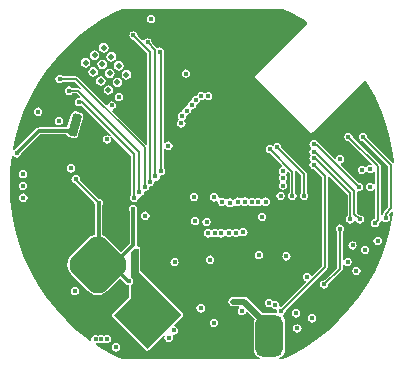
<source format=gbl>
G04*
G04 #@! TF.GenerationSoftware,Altium Limited,Altium Designer,20.1.7 (139)*
G04*
G04 Layer_Physical_Order=6*
G04 Layer_Color=16711680*
%FSLAX44Y44*%
%MOMM*%
G71*
G04*
G04 #@! TF.SameCoordinates,99CDB543-8891-4245-8F14-29871282C811*
G04*
G04*
G04 #@! TF.FilePolarity,Positive*
G04*
G01*
G75*
%ADD11C,0.2000*%
%ADD13C,0.1500*%
%ADD124C,0.5000*%
%ADD130C,0.3000*%
%ADD132C,0.5000*%
%ADD133C,0.4000*%
%ADD134C,0.4500*%
%ADD135C,0.6600*%
G04:AMPARAMS|DCode=139|XSize=3.5mm|YSize=2.3mm|CornerRadius=0.575mm|HoleSize=0mm|Usage=FLASHONLY|Rotation=90.000|XOffset=0mm|YOffset=0mm|HoleType=Round|Shape=RoundedRectangle|*
%AMROUNDEDRECTD139*
21,1,3.5000,1.1500,0,0,90.0*
21,1,2.3500,2.3000,0,0,90.0*
1,1,1.1500,0.5750,1.1750*
1,1,1.1500,0.5750,-1.1750*
1,1,1.1500,-0.5750,-1.1750*
1,1,1.1500,-0.5750,1.1750*
%
%ADD139ROUNDEDRECTD139*%
G04:AMPARAMS|DCode=140|XSize=1.94mm|YSize=0.76mm|CornerRadius=0.19mm|HoleSize=0mm|Usage=FLASHONLY|Rotation=75.000|XOffset=0mm|YOffset=0mm|HoleType=Round|Shape=RoundedRectangle|*
%AMROUNDEDRECTD140*
21,1,1.9400,0.3800,0,0,75.0*
21,1,1.5600,0.7600,0,0,75.0*
1,1,0.3800,0.3854,0.7043*
1,1,0.3800,-0.0184,-0.8026*
1,1,0.3800,-0.3854,-0.7043*
1,1,0.3800,0.0184,0.8026*
%
%ADD140ROUNDEDRECTD140*%
G04:AMPARAMS|DCode=141|XSize=4mm|YSize=4mm|CornerRadius=1mm|HoleSize=0mm|Usage=FLASHONLY|Rotation=45.000|XOffset=0mm|YOffset=0mm|HoleType=Round|Shape=RoundedRectangle|*
%AMROUNDEDRECTD141*
21,1,4.0000,2.0000,0,0,45.0*
21,1,2.0000,4.0000,0,0,45.0*
1,1,2.0000,1.4142,0.0000*
1,1,2.0000,0.0000,-1.4142*
1,1,2.0000,-1.4142,0.0000*
1,1,2.0000,0.0000,1.4142*
%
%ADD141ROUNDEDRECTD141*%
G36*
X74170Y145567D02*
X85363Y139299D01*
X88618Y137124D01*
X88742Y135860D01*
X44979Y92097D01*
X44503Y90949D01*
X44979Y89801D01*
X90941Y43839D01*
X92089Y43363D01*
X93237Y43839D01*
X136774Y87375D01*
X138038Y87251D01*
X139299Y85363D01*
X145567Y74170D01*
X150938Y62520D01*
X155378Y50485D01*
X158860Y38139D01*
X161363Y25557D01*
X162191Y18559D01*
X161528Y18133D01*
X160976Y18018D01*
X139265Y39729D01*
X139319Y40000D01*
X139047Y41366D01*
X138273Y42523D01*
X137116Y43297D01*
X135750Y43569D01*
X134384Y43297D01*
X133227Y42523D01*
X132453Y41366D01*
X132181Y40000D01*
X132453Y38634D01*
X133227Y37477D01*
X134384Y36703D01*
X135750Y36431D01*
X136020Y36485D01*
X157206Y15300D01*
Y-19690D01*
X153378Y-23518D01*
X152881Y-24262D01*
X152706Y-25140D01*
Y-25788D01*
X152092Y-26325D01*
X150822Y-25782D01*
Y14972D01*
X150647Y15850D01*
X150150Y16594D01*
X127015Y39729D01*
X127069Y40000D01*
X126797Y41366D01*
X126023Y42523D01*
X124866Y43297D01*
X123500Y43569D01*
X122134Y43297D01*
X120977Y42523D01*
X120203Y41366D01*
X119931Y40000D01*
X120203Y38634D01*
X120977Y37477D01*
X122134Y36703D01*
X123500Y36431D01*
X123771Y36485D01*
X143114Y17142D01*
X142488Y15971D01*
X142000Y16069D01*
X140634Y15797D01*
X139477Y15023D01*
X138972Y14268D01*
X137723Y14123D01*
X137502Y14181D01*
X137273Y14523D01*
X136116Y15297D01*
X134750Y15569D01*
X133384Y15297D01*
X132227Y14523D01*
X131453Y13366D01*
X131181Y12000D01*
X131453Y10634D01*
X132227Y9477D01*
X133384Y8703D01*
X134750Y8431D01*
X136116Y8703D01*
X137273Y9477D01*
X137778Y10232D01*
X139027Y10377D01*
X139248Y10319D01*
X139477Y9977D01*
X140634Y9203D01*
X142000Y8931D01*
X143366Y9203D01*
X144523Y9977D01*
X144964Y10636D01*
X146234Y10251D01*
Y-1D01*
X144964Y-386D01*
X144523Y273D01*
X143366Y1047D01*
X142000Y1319D01*
X140634Y1047D01*
X139477Y273D01*
X138703Y-884D01*
X138431Y-2250D01*
X138703Y-3616D01*
X139477Y-4773D01*
X140634Y-5547D01*
X142000Y-5819D01*
X143366Y-5547D01*
X144523Y-4773D01*
X144964Y-4114D01*
X146234Y-4499D01*
Y-29239D01*
X146000Y-29431D01*
X144634Y-29703D01*
X143477Y-30477D01*
X142703Y-31634D01*
X142431Y-33000D01*
X142703Y-34366D01*
X143477Y-35523D01*
X144634Y-36297D01*
X146000Y-36569D01*
X147366Y-36297D01*
X148523Y-35523D01*
X149297Y-34366D01*
X149569Y-33000D01*
X149515Y-32729D01*
X150150Y-32094D01*
X150647Y-31350D01*
X150728Y-30943D01*
X152051Y-30636D01*
X152477Y-31273D01*
X153634Y-32047D01*
X155000Y-32319D01*
X156366Y-32047D01*
X157523Y-31273D01*
X158297Y-30116D01*
X158569Y-28750D01*
X158297Y-27384D01*
X157523Y-26227D01*
X157491Y-25894D01*
X160387Y-22998D01*
X161596Y-23585D01*
X161363Y-25557D01*
X158860Y-38139D01*
X155378Y-50485D01*
X150938Y-62520D01*
X145567Y-74170D01*
X139299Y-85363D01*
X132172Y-96029D01*
X124230Y-106103D01*
X115523Y-115523D01*
X106103Y-124230D01*
X96029Y-132172D01*
X85363Y-139299D01*
X74170Y-145567D01*
X68149Y-148343D01*
X65163D01*
X64911Y-147073D01*
X66046Y-146603D01*
X67561Y-145441D01*
X68723Y-143926D01*
X69453Y-142163D01*
X69703Y-140270D01*
Y-116770D01*
X69453Y-114877D01*
X68723Y-113114D01*
X67880Y-112015D01*
X68059Y-110996D01*
X68149Y-110758D01*
X68289Y-110558D01*
X69273Y-109900D01*
X70047Y-108743D01*
X70319Y-107377D01*
X70265Y-107106D01*
X105122Y-72249D01*
X105619Y-71505D01*
X105794Y-70627D01*
Y6166D01*
X107064Y6692D01*
X122706Y-8950D01*
Y-27323D01*
X122477Y-27477D01*
X121703Y-28634D01*
X121431Y-30000D01*
X121703Y-31366D01*
X122477Y-32523D01*
X123634Y-33297D01*
X125000Y-33569D01*
X126366Y-33297D01*
X127523Y-32523D01*
X128297Y-31366D01*
X128352Y-31086D01*
X129647D01*
X129703Y-31366D01*
X130477Y-32523D01*
X131634Y-33297D01*
X133000Y-33569D01*
X134366Y-33297D01*
X135523Y-32523D01*
X136297Y-31366D01*
X136569Y-30000D01*
X136297Y-28634D01*
X135523Y-27477D01*
X134366Y-26703D01*
X133000Y-26431D01*
X132730Y-26485D01*
X130544Y-24300D01*
Y-6976D01*
X131814Y-5981D01*
X132256Y-6069D01*
X133622Y-5797D01*
X134780Y-5023D01*
X135553Y-3866D01*
X135825Y-2500D01*
X135553Y-1134D01*
X134780Y23D01*
X133622Y797D01*
X132256Y1069D01*
X131986Y1015D01*
X116804Y16197D01*
X117222Y17575D01*
X117866Y17703D01*
X119023Y18477D01*
X119797Y19634D01*
X120069Y21000D01*
X119797Y22366D01*
X119023Y23523D01*
X117866Y24297D01*
X116500Y24569D01*
X115134Y24297D01*
X113977Y23523D01*
X113203Y22366D01*
X113075Y21722D01*
X111697Y21304D01*
X98100Y34901D01*
X97356Y35398D01*
X97070Y35455D01*
X96523Y36273D01*
X95366Y37047D01*
X94000Y37319D01*
X92634Y37047D01*
X91477Y36273D01*
X90703Y35116D01*
X90431Y33750D01*
X90703Y32384D01*
X91442Y31278D01*
X91614Y30942D01*
Y30057D01*
X91442Y29722D01*
X90703Y28616D01*
X90431Y27250D01*
X90703Y25884D01*
X90980Y25469D01*
X91383Y24500D01*
X90980Y23531D01*
X90703Y23116D01*
X90431Y21750D01*
X90703Y20384D01*
X91477Y19227D01*
Y18773D01*
X90703Y17616D01*
X90431Y16250D01*
X90703Y14884D01*
X91477Y13727D01*
X92634Y12953D01*
X94000Y12681D01*
X94270Y12735D01*
X101206Y5800D01*
Y-69677D01*
X92992Y-77890D01*
X91614Y-77472D01*
X91547Y-77134D01*
X90773Y-75977D01*
X89616Y-75203D01*
X88250Y-74931D01*
X86884Y-75203D01*
X85727Y-75977D01*
X84953Y-77134D01*
X84681Y-78500D01*
X84953Y-79866D01*
X85727Y-81023D01*
X86884Y-81797D01*
X87222Y-81864D01*
X87640Y-83242D01*
X67021Y-103862D01*
X66750Y-103808D01*
X65977Y-103962D01*
X64925Y-102977D01*
X64924Y-102975D01*
X65069Y-102250D01*
X64797Y-100884D01*
X64023Y-99727D01*
X62866Y-98953D01*
X61500Y-98681D01*
X60134Y-98953D01*
X60055Y-99006D01*
X59547Y-99134D01*
X58773Y-97977D01*
X57616Y-97203D01*
X56250Y-96931D01*
X54884Y-97203D01*
X53727Y-97977D01*
X52953Y-99134D01*
X52681Y-100500D01*
X52953Y-101866D01*
X53727Y-103023D01*
X54884Y-103797D01*
X56250Y-104069D01*
X57616Y-103797D01*
X57695Y-103744D01*
X58203Y-103616D01*
X58977Y-104773D01*
X60134Y-105547D01*
X61500Y-105819D01*
X62273Y-105665D01*
X63325Y-106649D01*
X63326Y-106652D01*
X63181Y-107377D01*
X63366Y-108305D01*
X62532Y-109476D01*
X62390Y-109458D01*
X51104D01*
X38263Y-96616D01*
X36940Y-95732D01*
X35379Y-95422D01*
X35379Y-95422D01*
X25750D01*
X24189Y-95732D01*
X22866Y-96616D01*
X21982Y-97939D01*
X21672Y-99500D01*
X21982Y-101061D01*
X22866Y-102384D01*
X24189Y-103268D01*
X25750Y-103578D01*
X30533D01*
X30919Y-104848D01*
X30727Y-104977D01*
X29953Y-106134D01*
X29681Y-107500D01*
X29953Y-108866D01*
X30727Y-110023D01*
X31884Y-110797D01*
X33250Y-111069D01*
X34616Y-110797D01*
X35773Y-110023D01*
X36547Y-108866D01*
X36652Y-108337D01*
X38030Y-107919D01*
X44167Y-114056D01*
X43827Y-114877D01*
X43577Y-116770D01*
Y-140270D01*
X43827Y-142163D01*
X44557Y-143926D01*
X45719Y-145441D01*
X47234Y-146603D01*
X48369Y-147073D01*
X48117Y-148343D01*
X-68149D01*
X-74170Y-145567D01*
X-85363Y-139299D01*
X-90215Y-136057D01*
X-89947Y-134709D01*
X-89134Y-134547D01*
X-88250Y-133956D01*
X-87366Y-134547D01*
X-86000Y-134819D01*
X-84634Y-134547D01*
X-83625Y-133872D01*
X-82616Y-134547D01*
X-81250Y-134819D01*
X-79884Y-134547D01*
X-78727Y-133773D01*
X-77953Y-132616D01*
X-77681Y-131250D01*
X-77953Y-129884D01*
X-78727Y-128727D01*
X-79884Y-127953D01*
X-81250Y-127681D01*
X-82616Y-127953D01*
X-83625Y-128628D01*
X-84634Y-127953D01*
X-86000Y-127681D01*
X-87366Y-127953D01*
X-88250Y-128544D01*
X-89134Y-127953D01*
X-90500Y-127681D01*
X-91866Y-127953D01*
X-93023Y-128727D01*
X-93797Y-129884D01*
X-94069Y-131250D01*
X-93907Y-132063D01*
X-95050Y-132826D01*
X-96029Y-132172D01*
X-106103Y-124230D01*
X-115523Y-115523D01*
X-124230Y-106103D01*
X-132172Y-96029D01*
X-139299Y-85363D01*
X-145567Y-74170D01*
X-150938Y-62520D01*
X-155378Y-50485D01*
X-158860Y-38139D01*
X-161363Y-25557D01*
X-162870Y-12818D01*
X-163374Y0D01*
X-162870Y12818D01*
X-161600Y23550D01*
X-160284Y23866D01*
X-160023Y23477D01*
X-158866Y22703D01*
X-157500Y22431D01*
X-156134Y22703D01*
X-154977Y23477D01*
X-154203Y24634D01*
X-154120Y25055D01*
X-137233Y41941D01*
X-115458D01*
X-115229Y41267D01*
X-114337Y40250D01*
X-113124Y39652D01*
X-109454Y38668D01*
X-108104Y38579D01*
X-106823Y39014D01*
X-105806Y39906D01*
X-105208Y41119D01*
X-101170Y56188D01*
X-101082Y57537D01*
X-101517Y58818D01*
X-102408Y59835D01*
X-103622Y60433D01*
X-107292Y61417D01*
X-108642Y61505D01*
X-109923Y61070D01*
X-110940Y60179D01*
X-111538Y58966D01*
X-114460Y48059D01*
X-138500D01*
X-138500Y48059D01*
X-139670Y47826D01*
X-140663Y47163D01*
X-158445Y29381D01*
X-158866Y29297D01*
X-159394Y28944D01*
X-160537Y29708D01*
X-158860Y38139D01*
X-155378Y50485D01*
X-150938Y62520D01*
X-145567Y74170D01*
X-139299Y85363D01*
X-132172Y96029D01*
X-124230Y106103D01*
X-115523Y115523D01*
X-106103Y124230D01*
X-96029Y132172D01*
X-85363Y139299D01*
X-74170Y145567D01*
X-68149Y148343D01*
X68149D01*
X74170Y145567D01*
D02*
G37*
%LPC*%
G36*
X-43500Y143319D02*
X-44866Y143047D01*
X-46023Y142273D01*
X-46797Y141116D01*
X-47069Y139750D01*
X-46797Y138384D01*
X-46023Y137227D01*
X-44866Y136453D01*
X-43500Y136181D01*
X-42134Y136453D01*
X-40977Y137227D01*
X-40203Y138384D01*
X-39931Y139750D01*
X-40203Y141116D01*
X-40977Y142273D01*
X-42134Y143047D01*
X-43500Y143319D01*
D02*
G37*
G36*
X-83731Y119497D02*
X-85292Y119186D01*
X-86615Y118302D01*
X-87499Y116979D01*
X-87810Y115419D01*
X-87499Y113858D01*
X-86615Y112535D01*
X-85292Y111651D01*
X-83731Y111340D01*
X-82171Y111651D01*
X-80848Y112535D01*
X-79963Y113858D01*
X-79653Y115419D01*
X-79963Y116979D01*
X-80848Y118302D01*
X-82171Y119186D01*
X-83731Y119497D01*
D02*
G37*
G36*
X-91392Y113069D02*
X-92952Y112759D01*
X-94276Y111875D01*
X-95160Y110551D01*
X-95470Y108991D01*
X-95160Y107430D01*
X-94276Y106107D01*
X-92952Y105223D01*
X-91392Y104912D01*
X-89831Y105223D01*
X-88508Y106107D01*
X-87624Y107430D01*
X-87313Y108991D01*
X-87624Y110551D01*
X-88508Y111875D01*
X-89831Y112759D01*
X-91392Y113069D01*
D02*
G37*
G36*
X-77304Y111837D02*
X-78864Y111526D01*
X-80187Y110642D01*
X-81071Y109319D01*
X-81382Y107758D01*
X-81071Y106197D01*
X-80187Y104874D01*
X-78864Y103990D01*
X-77304Y103680D01*
X-75743Y103990D01*
X-74420Y104874D01*
X-73536Y106197D01*
X-73225Y107758D01*
X-73536Y109319D01*
X-74420Y110642D01*
X-75743Y111526D01*
X-77304Y111837D01*
D02*
G37*
G36*
X-99052Y106641D02*
X-100613Y106331D01*
X-101936Y105447D01*
X-102820Y104123D01*
X-103131Y102563D01*
X-102820Y101002D01*
X-101936Y99679D01*
X-100613Y98795D01*
X-99052Y98484D01*
X-97492Y98795D01*
X-96168Y99679D01*
X-95284Y101002D01*
X-94974Y102563D01*
X-95284Y104123D01*
X-96168Y105447D01*
X-97492Y106331D01*
X-99052Y106641D01*
D02*
G37*
G36*
X-84964Y105409D02*
X-86525Y105098D01*
X-87848Y104214D01*
X-88732Y102891D01*
X-89042Y101330D01*
X-88732Y99769D01*
X-87848Y98446D01*
X-86525Y97562D01*
X-84964Y97252D01*
X-83403Y97562D01*
X-82080Y98446D01*
X-81196Y99769D01*
X-80886Y101330D01*
X-81196Y102891D01*
X-82080Y104214D01*
X-83403Y105098D01*
X-84964Y105409D01*
D02*
G37*
G36*
X-70876Y104176D02*
X-72436Y103866D01*
X-73759Y102982D01*
X-74644Y101658D01*
X-74954Y100098D01*
X-74644Y98537D01*
X-73759Y97214D01*
X-72436Y96330D01*
X-70876Y96019D01*
X-69315Y96330D01*
X-67992Y97214D01*
X-67108Y98537D01*
X-66797Y100098D01*
X-67108Y101658D01*
X-67992Y102982D01*
X-69315Y103866D01*
X-70876Y104176D01*
D02*
G37*
G36*
X-92624Y98981D02*
X-94185Y98670D01*
X-95508Y97786D01*
X-96392Y96463D01*
X-96703Y94902D01*
X-96392Y93342D01*
X-95508Y92018D01*
X-94185Y91134D01*
X-92624Y90824D01*
X-91064Y91134D01*
X-89740Y92018D01*
X-88856Y93342D01*
X-88546Y94902D01*
X-88856Y96463D01*
X-89740Y97786D01*
X-91064Y98670D01*
X-92624Y98981D01*
D02*
G37*
G36*
X-14250Y97069D02*
X-15616Y96797D01*
X-16773Y96023D01*
X-17547Y94866D01*
X-17819Y93500D01*
X-17547Y92134D01*
X-16773Y90977D01*
X-15616Y90203D01*
X-14250Y89931D01*
X-12884Y90203D01*
X-11727Y90977D01*
X-10953Y92134D01*
X-10681Y93500D01*
X-10953Y94866D01*
X-11727Y96023D01*
X-12884Y96797D01*
X-14250Y97069D01*
D02*
G37*
G36*
X-78536Y97748D02*
X-80097Y97438D01*
X-81420Y96554D01*
X-82304Y95231D01*
X-82614Y93670D01*
X-82304Y92109D01*
X-81420Y90786D01*
X-80097Y89902D01*
X-78536Y89591D01*
X-76975Y89902D01*
X-75652Y90786D01*
X-74768Y92109D01*
X-74458Y93670D01*
X-74768Y95231D01*
X-75652Y96554D01*
X-76975Y97438D01*
X-78536Y97748D01*
D02*
G37*
G36*
X-64448Y96516D02*
X-66009Y96205D01*
X-67332Y95321D01*
X-68216Y93998D01*
X-68526Y92437D01*
X-68216Y90877D01*
X-67332Y89553D01*
X-66009Y88669D01*
X-64448Y88359D01*
X-62887Y88669D01*
X-61564Y89553D01*
X-60680Y90877D01*
X-60369Y92437D01*
X-60680Y93998D01*
X-61564Y95321D01*
X-62887Y96205D01*
X-64448Y96516D01*
D02*
G37*
G36*
X-86196Y91320D02*
X-87757Y91010D01*
X-89080Y90126D01*
X-89964Y88803D01*
X-90275Y87242D01*
X-89964Y85681D01*
X-89080Y84358D01*
X-87757Y83474D01*
X-86196Y83164D01*
X-84636Y83474D01*
X-83313Y84358D01*
X-82429Y85681D01*
X-82118Y87242D01*
X-82429Y88803D01*
X-83313Y90126D01*
X-84636Y91010D01*
X-86196Y91320D01*
D02*
G37*
G36*
X-72108Y90088D02*
X-73669Y89777D01*
X-74992Y88893D01*
X-75876Y87570D01*
X-76186Y86009D01*
X-75876Y84449D01*
X-74992Y83125D01*
X-73669Y82241D01*
X-72108Y81931D01*
X-70547Y82241D01*
X-69224Y83125D01*
X-68340Y84449D01*
X-68030Y86009D01*
X-68340Y87570D01*
X-69224Y88893D01*
X-70547Y89777D01*
X-72108Y90088D01*
D02*
G37*
G36*
X4750Y78069D02*
X3384Y77797D01*
X2796Y77404D01*
X1875Y77129D01*
X954Y77404D01*
X366Y77797D01*
X-1000Y78069D01*
X-2366Y77797D01*
X-3523Y77023D01*
X-4297Y75866D01*
X-4552Y74584D01*
X-5750Y74822D01*
X-7116Y74550D01*
X-8274Y73777D01*
X-9047Y72619D01*
X-9319Y71253D01*
X-10383Y70093D01*
X-10616Y70047D01*
X-11773Y69273D01*
X-12547Y68116D01*
X-12775Y66969D01*
X-13500Y65819D01*
X-14866Y65547D01*
X-16023Y64773D01*
X-16797Y63616D01*
X-17069Y62250D01*
X-17069Y62250D01*
X-17069Y62229D01*
X-17071Y62219D01*
X-18095Y60901D01*
X-18616Y60797D01*
X-19773Y60023D01*
X-20547Y58866D01*
X-20819Y57500D01*
X-20547Y56134D01*
X-19773Y54977D01*
X-20391Y53862D01*
X-20523Y53773D01*
X-21297Y52616D01*
X-21569Y51250D01*
X-21297Y49884D01*
X-20523Y48727D01*
X-19366Y47953D01*
X-18000Y47681D01*
X-16634Y47953D01*
X-15477Y48727D01*
X-14703Y49884D01*
X-14431Y51250D01*
X-14703Y52616D01*
X-15477Y53773D01*
X-14859Y54888D01*
X-14727Y54977D01*
X-13953Y56134D01*
X-13681Y57500D01*
X-13681Y57500D01*
X-13680Y57520D01*
X-13679Y57531D01*
X-12655Y58850D01*
X-12134Y58953D01*
X-10977Y59727D01*
X-10203Y60884D01*
X-9975Y62031D01*
X-9250Y63181D01*
X-7884Y63453D01*
X-6727Y64227D01*
X-5953Y65384D01*
X-5681Y66750D01*
X-4617Y67910D01*
X-4385Y67957D01*
X-3227Y68730D01*
X-2453Y69888D01*
X-2198Y71170D01*
X-1000Y70931D01*
X366Y71203D01*
X1523Y71977D01*
X2227D01*
X3384Y71203D01*
X4750Y70931D01*
X6116Y71203D01*
X7273Y71977D01*
X8047Y73134D01*
X8319Y74500D01*
X8047Y75866D01*
X7273Y77023D01*
X6116Y77797D01*
X4750Y78069D01*
D02*
G37*
G36*
X-79769Y83660D02*
X-81329Y83349D01*
X-82653Y82465D01*
X-83537Y81142D01*
X-83847Y79581D01*
X-83537Y78021D01*
X-82653Y76698D01*
X-81329Y75814D01*
X-79769Y75503D01*
X-78208Y75814D01*
X-76885Y76698D01*
X-76001Y78021D01*
X-75690Y79581D01*
X-76001Y81142D01*
X-76885Y82465D01*
X-78208Y83349D01*
X-79769Y83660D01*
D02*
G37*
G36*
X-71000Y77319D02*
X-72366Y77047D01*
X-73523Y76273D01*
X-74297Y75116D01*
X-74569Y73750D01*
X-74297Y72384D01*
X-73523Y71227D01*
X-72366Y70453D01*
X-71000Y70181D01*
X-69634Y70453D01*
X-68477Y71227D01*
X-67703Y72384D01*
X-67431Y73750D01*
X-67703Y75116D01*
X-68477Y76273D01*
X-69634Y77047D01*
X-71000Y77319D01*
D02*
G37*
G36*
X-139199Y64825D02*
X-140564Y64553D01*
X-141722Y63780D01*
X-142495Y62622D01*
X-142767Y61256D01*
X-142495Y59890D01*
X-141722Y58733D01*
X-140564Y57959D01*
X-139199Y57688D01*
X-137833Y57959D01*
X-136675Y58733D01*
X-135902Y59890D01*
X-135630Y61256D01*
X-135902Y62622D01*
X-136675Y63780D01*
X-137833Y64553D01*
X-139199Y64825D01*
D02*
G37*
G36*
X-121752Y56853D02*
X-123117Y56581D01*
X-124275Y55808D01*
X-125049Y54650D01*
X-125320Y53284D01*
X-125049Y51919D01*
X-124275Y50761D01*
X-123117Y49987D01*
X-121752Y49716D01*
X-120386Y49987D01*
X-119228Y50761D01*
X-118455Y51919D01*
X-118183Y53284D01*
X-118455Y54650D01*
X-119228Y55808D01*
X-120386Y56581D01*
X-121752Y56853D01*
D02*
G37*
G36*
X-58550Y129369D02*
X-59916Y129097D01*
X-61074Y128324D01*
X-61847Y127166D01*
X-62119Y125800D01*
X-61847Y124435D01*
X-61074Y123277D01*
X-59916Y122503D01*
X-58550Y122232D01*
X-58280Y122285D01*
X-46794Y110800D01*
Y33834D01*
X-48064Y33308D01*
X-76468Y61713D01*
X-76050Y63091D01*
X-75485Y63203D01*
X-74328Y63977D01*
X-73554Y65134D01*
X-73282Y66500D01*
X-73554Y67866D01*
X-74328Y69023D01*
X-75485Y69797D01*
X-76851Y70069D01*
X-78217Y69797D01*
X-79374Y69023D01*
X-80148Y67866D01*
X-80260Y67301D01*
X-81638Y66883D01*
X-105220Y90464D01*
X-105964Y90961D01*
X-106842Y91136D01*
X-118415D01*
X-118569Y91365D01*
X-119726Y92139D01*
X-121092Y92410D01*
X-122458Y92139D01*
X-123615Y91365D01*
X-124389Y90208D01*
X-124661Y88842D01*
X-124389Y87476D01*
X-123615Y86319D01*
X-122458Y85545D01*
X-121092Y85273D01*
X-119726Y85545D01*
X-118569Y86319D01*
X-118415Y86548D01*
X-107792D01*
X-102805Y81560D01*
X-103656Y80643D01*
X-104400Y81140D01*
X-105278Y81315D01*
X-110344D01*
X-110498Y81544D01*
X-111655Y82318D01*
X-113021Y82589D01*
X-114387Y82318D01*
X-115544Y81544D01*
X-116318Y80386D01*
X-116589Y79021D01*
X-116318Y77655D01*
X-115544Y76498D01*
X-114387Y75724D01*
X-113021Y75452D01*
X-111655Y75724D01*
X-110498Y76498D01*
X-110344Y76727D01*
X-106228D01*
X-103408Y73906D01*
X-104033Y72736D01*
X-104825Y72893D01*
X-106190Y72622D01*
X-107348Y71848D01*
X-108122Y70690D01*
X-108393Y69325D01*
X-108122Y67959D01*
X-107348Y66801D01*
X-106190Y66028D01*
X-104825Y65756D01*
X-103459Y66028D01*
X-102722Y66520D01*
X-77551Y41349D01*
X-78361Y40363D01*
X-79384Y41047D01*
X-80750Y41319D01*
X-82116Y41047D01*
X-83273Y40273D01*
X-84047Y39116D01*
X-84319Y37750D01*
X-84047Y36384D01*
X-83273Y35227D01*
X-82116Y34453D01*
X-80750Y34181D01*
X-79384Y34453D01*
X-78227Y35227D01*
X-77453Y36384D01*
X-77181Y37750D01*
X-77453Y39116D01*
X-78137Y40139D01*
X-77151Y40949D01*
X-60294Y24092D01*
Y-9008D01*
X-61047Y-10134D01*
X-61319Y-11500D01*
X-61047Y-12866D01*
X-60273Y-14023D01*
X-59116Y-14797D01*
X-57750Y-15069D01*
X-56384Y-14797D01*
X-55227Y-14023D01*
X-54453Y-12866D01*
X-54181Y-11500D01*
X-53039Y-10732D01*
X-52037Y-10532D01*
X-50796Y-9704D01*
X-49968Y-8463D01*
X-49677Y-7000D01*
X-48535Y-6231D01*
X-47537Y-6032D01*
X-46296Y-5204D01*
X-45468Y-3963D01*
X-45269Y-2965D01*
X-44500Y-1823D01*
X-43037Y-1532D01*
X-41796Y-704D01*
X-40968Y537D01*
X-40769Y1535D01*
X-40000Y2677D01*
X-38537Y2968D01*
X-37296Y3796D01*
X-36468Y5037D01*
X-36177Y6500D01*
X-35025Y7221D01*
X-33787Y7468D01*
X-32546Y8296D01*
X-31718Y9537D01*
X-31427Y11000D01*
X-31718Y12463D01*
X-32546Y13704D01*
X-32956Y13977D01*
Y29835D01*
X-31686Y30220D01*
X-31523Y29977D01*
X-30366Y29203D01*
X-29000Y28931D01*
X-27634Y29203D01*
X-26477Y29977D01*
X-25703Y31134D01*
X-25431Y32500D01*
X-25703Y33866D01*
X-26477Y35023D01*
X-27634Y35797D01*
X-29000Y36069D01*
X-30366Y35797D01*
X-31523Y35023D01*
X-31686Y34780D01*
X-32956Y35165D01*
Y110482D01*
X-32956Y110482D01*
X-33003Y110718D01*
X-32953Y110793D01*
X-32681Y112158D01*
X-32953Y113524D01*
X-33727Y114682D01*
X-34884Y115455D01*
X-36250Y115727D01*
X-37616Y115455D01*
X-38522Y114850D01*
X-38878Y115382D01*
X-43084Y119589D01*
X-43030Y119859D01*
X-43302Y121225D01*
X-44076Y122383D01*
X-45233Y123156D01*
X-46599Y123428D01*
X-47965Y123156D01*
X-49122Y122383D01*
X-49511Y121801D01*
X-51032Y121526D01*
X-55036Y125530D01*
X-54982Y125800D01*
X-55253Y127166D01*
X-56027Y128324D01*
X-57185Y129097D01*
X-58550Y129369D01*
D02*
G37*
G36*
X63250Y34819D02*
X61884Y34547D01*
X60727Y33773D01*
X60199Y32983D01*
X59940Y32615D01*
X58656Y32603D01*
X58366Y32797D01*
X57000Y33069D01*
X55634Y32797D01*
X54477Y32023D01*
X53703Y30866D01*
X53431Y29500D01*
X53703Y28134D01*
X54477Y26977D01*
X55634Y26203D01*
X57000Y25931D01*
X57270Y25985D01*
X67493Y15763D01*
X67075Y14385D01*
X66634Y14297D01*
X65477Y13523D01*
X64703Y12366D01*
X64431Y11000D01*
X64703Y9634D01*
X65477Y8477D01*
Y7773D01*
X64703Y6616D01*
X64431Y5250D01*
X64703Y3884D01*
X65477Y2727D01*
X65614Y2635D01*
Y1365D01*
X65477Y1273D01*
X64703Y116D01*
X64431Y-1250D01*
X64703Y-2616D01*
X65477Y-3773D01*
X66634Y-4547D01*
X68000Y-4819D01*
X69366Y-4547D01*
X70523Y-3773D01*
X71297Y-2616D01*
X71569Y-1250D01*
X71297Y116D01*
X70523Y1273D01*
X70386Y1365D01*
Y2635D01*
X70523Y2727D01*
X71297Y3884D01*
X71569Y5250D01*
X71297Y6616D01*
X70523Y7773D01*
Y8477D01*
X71297Y9634D01*
X71385Y10075D01*
X72763Y10493D01*
X73706Y9550D01*
Y-7323D01*
X73477Y-7477D01*
X72703Y-8634D01*
X72431Y-10000D01*
X72703Y-11366D01*
X73477Y-12523D01*
X74634Y-13297D01*
X76000Y-13569D01*
X77366Y-13297D01*
X78523Y-12523D01*
X79297Y-11366D01*
X79569Y-10000D01*
X79297Y-8634D01*
X78523Y-7477D01*
X78294Y-7323D01*
Y10500D01*
X78129Y11331D01*
X78188Y11424D01*
X79176Y12079D01*
X83706Y7550D01*
Y-7323D01*
X83477Y-7477D01*
X82703Y-8634D01*
X82431Y-10000D01*
X82703Y-11366D01*
X83477Y-12523D01*
X84634Y-13297D01*
X86000Y-13569D01*
X87366Y-13297D01*
X88523Y-12523D01*
X89297Y-11366D01*
X89569Y-10000D01*
X89297Y-8634D01*
X88523Y-7477D01*
X88294Y-7323D01*
Y8500D01*
X88294Y8500D01*
X88119Y9378D01*
X87622Y10122D01*
X66765Y30979D01*
X66819Y31250D01*
X66547Y32616D01*
X65773Y33773D01*
X64616Y34547D01*
X63250Y34819D01*
D02*
G37*
G36*
X-111500Y16819D02*
X-112866Y16547D01*
X-114023Y15773D01*
X-114797Y14616D01*
X-115069Y13250D01*
X-114797Y11884D01*
X-114023Y10727D01*
X-112866Y9953D01*
X-111500Y9681D01*
X-110134Y9953D01*
X-108977Y10727D01*
X-108203Y11884D01*
X-107931Y13250D01*
X-108203Y14616D01*
X-108977Y15773D01*
X-110134Y16547D01*
X-111500Y16819D01*
D02*
G37*
G36*
X-152000Y12069D02*
X-153366Y11797D01*
X-154523Y11023D01*
X-155297Y9866D01*
X-155569Y8500D01*
X-155297Y7134D01*
X-154523Y5977D01*
X-153366Y5203D01*
X-152000Y4931D01*
X-150634Y5203D01*
X-149477Y5977D01*
X-148703Y7134D01*
X-148431Y8500D01*
X-148703Y9866D01*
X-149477Y11023D01*
X-150634Y11797D01*
X-152000Y12069D01*
D02*
G37*
G36*
X-152250Y2069D02*
X-153616Y1797D01*
X-154773Y1023D01*
X-155547Y-134D01*
X-155819Y-1500D01*
X-155547Y-2866D01*
X-154773Y-4023D01*
X-153616Y-4797D01*
X-152250Y-5069D01*
X-150884Y-4797D01*
X-149727Y-4023D01*
X-148953Y-2866D01*
X-148681Y-1500D01*
X-148953Y-134D01*
X-149727Y1023D01*
X-150884Y1797D01*
X-152250Y2069D01*
D02*
G37*
G36*
X66000Y-6431D02*
X64634Y-6703D01*
X63477Y-7477D01*
X62703Y-8634D01*
X62431Y-10000D01*
X62703Y-11366D01*
X63477Y-12523D01*
X64634Y-13297D01*
X66000Y-13569D01*
X67366Y-13297D01*
X68523Y-12523D01*
X69297Y-11366D01*
X69569Y-10000D01*
X69297Y-8634D01*
X68523Y-7477D01*
X67366Y-6703D01*
X66000Y-6431D01*
D02*
G37*
G36*
X-7250Y-7181D02*
X-8616Y-7453D01*
X-9773Y-8227D01*
X-10547Y-9384D01*
X-10819Y-10750D01*
X-10547Y-12116D01*
X-9773Y-13273D01*
X-8616Y-14047D01*
X-7250Y-14319D01*
X-5884Y-14047D01*
X-4727Y-13273D01*
X-3953Y-12116D01*
X-3681Y-10750D01*
X-3953Y-9384D01*
X-4727Y-8227D01*
X-5884Y-7453D01*
X-7250Y-7181D01*
D02*
G37*
G36*
X-151750Y-7931D02*
X-153116Y-8203D01*
X-154273Y-8977D01*
X-155047Y-10134D01*
X-155319Y-11500D01*
X-155047Y-12866D01*
X-154273Y-14023D01*
X-153116Y-14797D01*
X-151750Y-15069D01*
X-150384Y-14797D01*
X-149227Y-14023D01*
X-148453Y-12866D01*
X-148181Y-11500D01*
X-148453Y-10134D01*
X-149227Y-8977D01*
X-150384Y-8203D01*
X-151750Y-7931D01*
D02*
G37*
G36*
X10000Y-7681D02*
X8634Y-7953D01*
X7477Y-8727D01*
X6703Y-9884D01*
X6431Y-11250D01*
X6703Y-12616D01*
X7477Y-13773D01*
X8634Y-14547D01*
X10000Y-14819D01*
X11366Y-14547D01*
X11782Y-14269D01*
X12931Y-15000D01*
X13203Y-16366D01*
X13977Y-17523D01*
X15134Y-18297D01*
X16500Y-18569D01*
X17866Y-18297D01*
X18556Y-17836D01*
X19216Y-17624D01*
X20154Y-18117D01*
X20546Y-18704D01*
X21787Y-19532D01*
X23250Y-19823D01*
X24713Y-19532D01*
X25954Y-18704D01*
X26101Y-18483D01*
X27046Y-17704D01*
X28287Y-18532D01*
X29750Y-18823D01*
X31213Y-18532D01*
X31807Y-18135D01*
X32750Y-17807D01*
X33693Y-18135D01*
X34287Y-18532D01*
X35750Y-18823D01*
X37213Y-18532D01*
X37843Y-18112D01*
X38977Y-17523D01*
X40134Y-18297D01*
X41500Y-18569D01*
X42866Y-18297D01*
X44023Y-17523D01*
X44477D01*
X45634Y-18297D01*
X47000Y-18569D01*
X48366Y-18297D01*
X49523Y-17523D01*
X50284D01*
X50889Y-17765D01*
X52037Y-18532D01*
X53500Y-18823D01*
X54963Y-18532D01*
X56204Y-17704D01*
X57032Y-16463D01*
X57323Y-15000D01*
X57032Y-13537D01*
X56204Y-12296D01*
X54963Y-11468D01*
X53500Y-11177D01*
X52037Y-11468D01*
X50889Y-12234D01*
X50284Y-12477D01*
X49523D01*
X48366Y-11703D01*
X47000Y-11431D01*
X45634Y-11703D01*
X44477Y-12477D01*
X44023D01*
X42866Y-11703D01*
X41500Y-11431D01*
X40134Y-11703D01*
X38977Y-12477D01*
X37843Y-11888D01*
X37213Y-11468D01*
X35750Y-11177D01*
X34287Y-11468D01*
X33693Y-11865D01*
X32750Y-12193D01*
X31807Y-11865D01*
X31213Y-11468D01*
X29750Y-11177D01*
X28287Y-11468D01*
X27046Y-12296D01*
X26899Y-12517D01*
X25954Y-13296D01*
X24713Y-12468D01*
X23250Y-12177D01*
X21787Y-12468D01*
X20882Y-13073D01*
X19611Y-12988D01*
X19295Y-12883D01*
X19023Y-12477D01*
X17866Y-11703D01*
X16500Y-11431D01*
X15134Y-11703D01*
X14718Y-11981D01*
X13569Y-11250D01*
X13297Y-9884D01*
X12523Y-8727D01*
X11366Y-7953D01*
X10000Y-7681D01*
D02*
G37*
G36*
X-48500Y-23181D02*
X-49866Y-23453D01*
X-51023Y-24227D01*
X-51797Y-25384D01*
X-52069Y-26750D01*
X-51797Y-28116D01*
X-51023Y-29273D01*
X-49866Y-30047D01*
X-48500Y-30319D01*
X-47134Y-30047D01*
X-45977Y-29273D01*
X-45203Y-28116D01*
X-44931Y-26750D01*
X-45203Y-25384D01*
X-45977Y-24227D01*
X-47134Y-23453D01*
X-48500Y-23181D01*
D02*
G37*
G36*
X50500Y-24181D02*
X49134Y-24453D01*
X47977Y-25227D01*
X47203Y-26384D01*
X46931Y-27750D01*
X47203Y-29116D01*
X47977Y-30273D01*
X49134Y-31047D01*
X50500Y-31319D01*
X51866Y-31047D01*
X53023Y-30273D01*
X53797Y-29116D01*
X54069Y-27750D01*
X53797Y-26384D01*
X53023Y-25227D01*
X51866Y-24453D01*
X50500Y-24181D01*
D02*
G37*
G36*
X-6250Y-27681D02*
X-7616Y-27953D01*
X-8773Y-28727D01*
X-9547Y-29884D01*
X-9819Y-31250D01*
X-9547Y-32616D01*
X-8773Y-33773D01*
X-7616Y-34547D01*
X-6250Y-34819D01*
X-4884Y-34547D01*
X-3727Y-33773D01*
X-2953Y-32616D01*
X-2681Y-31250D01*
X-2953Y-29884D01*
X-3727Y-28727D01*
X-4884Y-27953D01*
X-6250Y-27681D01*
D02*
G37*
G36*
X3370Y-28551D02*
X2004Y-28823D01*
X846Y-29596D01*
X73Y-30754D01*
X-199Y-32120D01*
X73Y-33485D01*
X846Y-34643D01*
X2004Y-35417D01*
X3370Y-35688D01*
X4735Y-35417D01*
X5893Y-34643D01*
X6667Y-33485D01*
X6938Y-32120D01*
X6667Y-30754D01*
X5893Y-29596D01*
X4735Y-28823D01*
X3370Y-28551D01*
D02*
G37*
G36*
X34483Y-37209D02*
X33117Y-37481D01*
X31959Y-38254D01*
X31847Y-38422D01*
X30523Y-38727D01*
X29366Y-37953D01*
X28000Y-37681D01*
X26634Y-37953D01*
X25477Y-38727D01*
X25023D01*
X23866Y-37953D01*
X22500Y-37681D01*
X21134Y-37953D01*
X19977Y-38727D01*
X19930Y-38796D01*
X19447D01*
X18496Y-38657D01*
X17463Y-37968D01*
X16000Y-37677D01*
X14537Y-37968D01*
X13908Y-38388D01*
X12773Y-38977D01*
X11616Y-38203D01*
X10250Y-37931D01*
X8884Y-38203D01*
X7727Y-38977D01*
X6415Y-38653D01*
X6116Y-38453D01*
X4750Y-38181D01*
X3384Y-38453D01*
X2227Y-39227D01*
X1453Y-40384D01*
X1181Y-41750D01*
X1453Y-43116D01*
X2227Y-44273D01*
X3384Y-45047D01*
X4750Y-45319D01*
X6116Y-45047D01*
X6646Y-44692D01*
X7727Y-44023D01*
X8884Y-44797D01*
X10250Y-45069D01*
X11616Y-44797D01*
X12773Y-44023D01*
X13908Y-44612D01*
X14537Y-45032D01*
X16000Y-45323D01*
X17463Y-45032D01*
X18704Y-44204D01*
X18991Y-43773D01*
X19977D01*
X21134Y-44547D01*
X22500Y-44819D01*
X23866Y-44547D01*
X24281Y-44270D01*
X25250Y-43867D01*
X26219Y-44270D01*
X26634Y-44547D01*
X28000Y-44819D01*
X29366Y-44547D01*
X30523Y-43773D01*
X30635Y-43605D01*
X31959Y-43301D01*
X33117Y-44075D01*
X34483Y-44346D01*
X35848Y-44075D01*
X37006Y-43301D01*
X37780Y-42143D01*
X38051Y-40778D01*
X37780Y-39412D01*
X37006Y-38254D01*
X35848Y-37481D01*
X34483Y-37209D01*
D02*
G37*
G36*
X148250Y-44570D02*
X146884Y-44842D01*
X145727Y-45616D01*
X144953Y-46773D01*
X144681Y-48139D01*
X144953Y-49504D01*
X145727Y-50662D01*
X146884Y-51436D01*
X148250Y-51708D01*
X149616Y-51436D01*
X150773Y-50662D01*
X151547Y-49504D01*
X151819Y-48139D01*
X151547Y-46773D01*
X150773Y-45616D01*
X149616Y-44842D01*
X148250Y-44570D01*
D02*
G37*
G36*
X127000Y-48431D02*
X125634Y-48703D01*
X124477Y-49477D01*
X123703Y-50634D01*
X123431Y-52000D01*
X123703Y-53366D01*
X124477Y-54523D01*
X125634Y-55297D01*
X127000Y-55569D01*
X128366Y-55297D01*
X129523Y-54523D01*
X130297Y-53366D01*
X130569Y-52000D01*
X130297Y-50634D01*
X129523Y-49477D01*
X128366Y-48703D01*
X127000Y-48431D01*
D02*
G37*
G36*
X137750Y-52181D02*
X136384Y-52453D01*
X135227Y-53227D01*
X134453Y-54384D01*
X134181Y-55750D01*
X134453Y-57116D01*
X135227Y-58273D01*
X136384Y-59047D01*
X137750Y-59319D01*
X139116Y-59047D01*
X140273Y-58273D01*
X141047Y-57116D01*
X141319Y-55750D01*
X141047Y-54384D01*
X140273Y-53227D01*
X139116Y-52453D01*
X137750Y-52181D01*
D02*
G37*
G36*
X47606Y-56516D02*
X46241Y-56787D01*
X45083Y-57561D01*
X44309Y-58719D01*
X44038Y-60084D01*
X44309Y-61450D01*
X45083Y-62608D01*
X46241Y-63381D01*
X47606Y-63653D01*
X48972Y-63381D01*
X50130Y-62608D01*
X50903Y-61450D01*
X51175Y-60084D01*
X50903Y-58719D01*
X50130Y-57561D01*
X48972Y-56787D01*
X47606Y-56516D01*
D02*
G37*
G36*
X71000Y-57681D02*
X69634Y-57953D01*
X68477Y-58727D01*
X67703Y-59884D01*
X67431Y-61250D01*
X67703Y-62616D01*
X68477Y-63773D01*
X69634Y-64547D01*
X71000Y-64819D01*
X72366Y-64547D01*
X73523Y-63773D01*
X74297Y-62616D01*
X74569Y-61250D01*
X74297Y-59884D01*
X73523Y-58727D01*
X72366Y-57953D01*
X71000Y-57681D01*
D02*
G37*
G36*
X6500Y-60431D02*
X5134Y-60703D01*
X3977Y-61477D01*
X3203Y-62634D01*
X2931Y-64000D01*
X3203Y-65366D01*
X3977Y-66523D01*
X5134Y-67297D01*
X6500Y-67569D01*
X7866Y-67297D01*
X9023Y-66523D01*
X9797Y-65366D01*
X10069Y-64000D01*
X9797Y-62634D01*
X9023Y-61477D01*
X7866Y-60703D01*
X6500Y-60431D01*
D02*
G37*
G36*
X116250Y-34181D02*
X114884Y-34453D01*
X113727Y-35227D01*
X112953Y-36384D01*
X112681Y-37750D01*
X112953Y-39116D01*
X113727Y-40273D01*
X113956Y-40427D01*
Y-70800D01*
X103271Y-81485D01*
X103000Y-81431D01*
X101634Y-81703D01*
X100477Y-82477D01*
X99703Y-83634D01*
X99431Y-85000D01*
X99703Y-86366D01*
X100477Y-87523D01*
X101634Y-88297D01*
X103000Y-88569D01*
X104366Y-88297D01*
X105523Y-87523D01*
X106297Y-86366D01*
X106569Y-85000D01*
X106515Y-84729D01*
X117872Y-73372D01*
X118369Y-72628D01*
X118544Y-71750D01*
Y-68291D01*
X119814Y-67906D01*
X120227Y-68523D01*
X121384Y-69297D01*
X122750Y-69569D01*
X124116Y-69297D01*
X125273Y-68523D01*
X126047Y-67366D01*
X126319Y-66000D01*
X126047Y-64634D01*
X125273Y-63477D01*
X124116Y-62703D01*
X122750Y-62431D01*
X121384Y-62703D01*
X120227Y-63477D01*
X119814Y-64094D01*
X118544Y-63709D01*
Y-40427D01*
X118773Y-40273D01*
X119547Y-39116D01*
X119819Y-37750D01*
X119547Y-36384D01*
X118773Y-35227D01*
X117616Y-34453D01*
X116250Y-34181D01*
D02*
G37*
G36*
X-23750Y-62681D02*
X-25116Y-62953D01*
X-26273Y-63727D01*
X-27047Y-64884D01*
X-27319Y-66250D01*
X-27047Y-67616D01*
X-26273Y-68773D01*
X-25116Y-69547D01*
X-23750Y-69819D01*
X-22384Y-69547D01*
X-21227Y-68773D01*
X-20453Y-67616D01*
X-20181Y-66250D01*
X-20453Y-64884D01*
X-21227Y-63727D01*
X-22384Y-62953D01*
X-23750Y-62681D01*
D02*
G37*
G36*
X130250Y-69931D02*
X128884Y-70203D01*
X127727Y-70977D01*
X126953Y-72134D01*
X126681Y-73500D01*
X126953Y-74866D01*
X127727Y-76023D01*
X128884Y-76797D01*
X130250Y-77069D01*
X131616Y-76797D01*
X132773Y-76023D01*
X133547Y-74866D01*
X133819Y-73500D01*
X133547Y-72134D01*
X132773Y-70977D01*
X131616Y-70203D01*
X130250Y-69931D01*
D02*
G37*
G36*
X-108250Y-87181D02*
X-109616Y-87453D01*
X-110773Y-88227D01*
X-111547Y-89384D01*
X-111819Y-90750D01*
X-111547Y-92116D01*
X-110773Y-93273D01*
X-109616Y-94047D01*
X-108250Y-94319D01*
X-106884Y-94047D01*
X-105727Y-93273D01*
X-104953Y-92116D01*
X-104681Y-90750D01*
X-104953Y-89384D01*
X-105727Y-88227D01*
X-106884Y-87453D01*
X-108250Y-87181D01*
D02*
G37*
G36*
X-1500Y-101177D02*
X-2963Y-101468D01*
X-4204Y-102296D01*
X-5032Y-103537D01*
X-5323Y-105000D01*
X-5032Y-106463D01*
X-4204Y-107704D01*
X-2963Y-108532D01*
X-1500Y-108823D01*
X-37Y-108532D01*
X1204Y-107704D01*
X2032Y-106463D01*
X2323Y-105000D01*
X2032Y-103537D01*
X1204Y-102296D01*
X-37Y-101468D01*
X-1500Y-101177D01*
D02*
G37*
G36*
X79250Y-105931D02*
X77884Y-106203D01*
X76727Y-106977D01*
X75953Y-108134D01*
X75681Y-109500D01*
X75953Y-110866D01*
X76727Y-112023D01*
X77884Y-112797D01*
X79250Y-113069D01*
X80616Y-112797D01*
X81773Y-112023D01*
X82547Y-110866D01*
X82819Y-109500D01*
X82547Y-108134D01*
X81773Y-106977D01*
X80616Y-106203D01*
X79250Y-105931D01*
D02*
G37*
G36*
X92836Y-110181D02*
X91470Y-110453D01*
X90312Y-111227D01*
X89539Y-112384D01*
X89267Y-113750D01*
X89539Y-115116D01*
X90312Y-116273D01*
X91470Y-117047D01*
X92836Y-117319D01*
X94201Y-117047D01*
X95359Y-116273D01*
X96133Y-115116D01*
X96404Y-113750D01*
X96133Y-112384D01*
X95359Y-111227D01*
X94201Y-110453D01*
X92836Y-110181D01*
D02*
G37*
G36*
X9500Y-113931D02*
X8134Y-114203D01*
X6977Y-114977D01*
X6203Y-116134D01*
X5931Y-117500D01*
X6203Y-118866D01*
X6977Y-120023D01*
X8134Y-120797D01*
X9500Y-121069D01*
X10866Y-120797D01*
X12023Y-120023D01*
X12797Y-118866D01*
X13069Y-117500D01*
X12797Y-116134D01*
X12023Y-114977D01*
X10866Y-114203D01*
X9500Y-113931D01*
D02*
G37*
G36*
X80250Y-118681D02*
X78884Y-118953D01*
X77727Y-119727D01*
X76953Y-120884D01*
X76681Y-122250D01*
X76953Y-123616D01*
X77727Y-124773D01*
X78884Y-125547D01*
X80250Y-125819D01*
X81616Y-125547D01*
X82773Y-124773D01*
X83547Y-123616D01*
X83819Y-122250D01*
X83547Y-120884D01*
X82773Y-119727D01*
X81616Y-118953D01*
X80250Y-118681D01*
D02*
G37*
G36*
X-107500Y7569D02*
X-108866Y7297D01*
X-110023Y6523D01*
X-110797Y5366D01*
X-111069Y4000D01*
X-110797Y2634D01*
X-110023Y1477D01*
X-108866Y703D01*
X-107857Y503D01*
X-91533Y-15822D01*
X-91569Y-16000D01*
X-91297Y-17366D01*
X-91059Y-17722D01*
Y-42782D01*
X-91874Y-42889D01*
X-94671Y-44048D01*
X-97073Y-45891D01*
X-111215Y-60033D01*
X-113059Y-62435D01*
X-114218Y-65233D01*
X-114613Y-68235D01*
X-114218Y-71237D01*
X-113059Y-74035D01*
X-111215Y-76437D01*
X-97073Y-90579D01*
X-94671Y-92422D01*
X-91874Y-93581D01*
X-88871Y-93976D01*
X-85869Y-93581D01*
X-83072Y-92422D01*
X-80670Y-90579D01*
X-69605Y-79514D01*
X-66126Y-82992D01*
X-66032Y-83463D01*
X-65204Y-84704D01*
X-63963Y-85532D01*
X-62500Y-85823D01*
X-62124Y-86132D01*
X-62124Y-95794D01*
X-68789Y-102460D01*
X-68899Y-102603D01*
X-76273Y-109977D01*
X-76749Y-111125D01*
X-76273Y-112273D01*
X-47898Y-140648D01*
X-46750Y-141124D01*
X-45602Y-140648D01*
X-33043Y-128089D01*
X-32047Y-128884D01*
X-32319Y-130250D01*
X-32047Y-131616D01*
X-31273Y-132773D01*
X-30116Y-133547D01*
X-28750Y-133819D01*
X-27384Y-133547D01*
X-26227Y-132773D01*
X-25453Y-131616D01*
X-25181Y-130250D01*
X-25453Y-128884D01*
X-25654Y-128584D01*
X-24890Y-127441D01*
X-24250Y-127569D01*
X-22884Y-127297D01*
X-21727Y-126523D01*
X-20953Y-125366D01*
X-20681Y-124000D01*
X-20953Y-122634D01*
X-21727Y-121477D01*
X-22884Y-120703D01*
X-23699Y-120541D01*
X-24174Y-119220D01*
X-16852Y-111898D01*
X-16376Y-110750D01*
X-16852Y-109602D01*
X-52626Y-73827D01*
X-52626Y-54626D01*
X-53102Y-53478D01*
X-54250Y-53002D01*
X-54915D01*
X-55791Y-51732D01*
X-55691Y-51229D01*
X-55691Y-51229D01*
Y-22972D01*
X-55453Y-22616D01*
X-55181Y-21250D01*
X-55453Y-19884D01*
X-56227Y-18727D01*
X-57384Y-17953D01*
X-58750Y-17681D01*
X-60116Y-17953D01*
X-61273Y-18727D01*
X-62047Y-19884D01*
X-62319Y-21250D01*
X-62047Y-22616D01*
X-61809Y-22972D01*
Y-49962D01*
X-69204Y-57357D01*
X-80670Y-45891D01*
X-83072Y-44048D01*
X-84941Y-43273D01*
Y-17722D01*
X-84703Y-17366D01*
X-84431Y-16000D01*
X-84703Y-14634D01*
X-85477Y-13477D01*
X-86634Y-12703D01*
X-87643Y-12502D01*
X-103967Y3822D01*
X-103931Y4000D01*
X-104203Y5366D01*
X-104977Y6523D01*
X-106134Y7297D01*
X-107500Y7569D01*
D02*
G37*
G36*
X-73250Y-134681D02*
X-74616Y-134953D01*
X-75773Y-135727D01*
X-76547Y-136884D01*
X-76819Y-138250D01*
X-76547Y-139616D01*
X-75773Y-140773D01*
X-74616Y-141547D01*
X-73250Y-141819D01*
X-71884Y-141547D01*
X-70727Y-140773D01*
X-69953Y-139616D01*
X-69681Y-138250D01*
X-69953Y-136884D01*
X-70727Y-135727D01*
X-71884Y-134953D01*
X-73250Y-134681D01*
D02*
G37*
%LPD*%
G36*
X-54250Y-74500D02*
X-18000Y-110750D01*
X-46750Y-139500D01*
X-75125Y-111125D01*
X-60500Y-96500D01*
X-60500Y-85174D01*
X-59796Y-84704D01*
X-58968Y-83463D01*
X-58677Y-82000D01*
X-58968Y-80537D01*
X-59796Y-79296D01*
X-60500Y-78826D01*
X-60500Y-57305D01*
X-57820Y-54626D01*
X-54250D01*
X-54250Y-74500D01*
D02*
G37*
D11*
X-107500Y3750D02*
Y4000D01*
Y3750D02*
X-88000Y-15750D01*
Y-16000D02*
Y-15750D01*
D13*
X95728Y21272D02*
X125000Y-8000D01*
X94478Y21272D02*
X95728D01*
X125000Y-30000D02*
Y-8000D01*
X96074Y26676D02*
X128250Y-5500D01*
X94000Y27250D02*
X94574Y26676D01*
X96074D01*
X128250Y-25250D02*
Y-5500D01*
X94000Y21750D02*
X94478Y21272D01*
X94000Y16250D02*
X103500Y6750D01*
X66750Y-107377D02*
X103500Y-70627D01*
Y6750D01*
X135750Y40000D02*
X159500Y16250D01*
Y-20640D02*
Y16250D01*
X155000Y-25140D02*
X159500Y-20640D01*
X-36250Y111482D02*
X-35250Y110482D01*
X-36250Y111482D02*
Y112158D01*
X-35250Y11000D02*
Y110482D01*
X155000Y-28750D02*
Y-25140D01*
X146000Y-33000D02*
X148528Y-30472D01*
Y14972D01*
X123500Y40000D02*
X148528Y14972D01*
X-46599Y119859D02*
X-40500Y113760D01*
Y7000D02*
Y113760D01*
X-106842Y88842D02*
X-49000Y31000D01*
Y-2500D02*
Y31000D01*
X-102282Y69325D02*
X-58000Y25043D01*
X-58550Y125800D02*
X-44500Y111750D01*
X-58000Y-11250D02*
Y25043D01*
X-44500Y2000D02*
Y111750D01*
X-105278Y79021D02*
X-53500Y27243D01*
Y-7000D02*
Y27243D01*
X-40500Y7000D02*
X-40000Y6500D01*
X-58000Y-11250D02*
X-57750Y-11500D01*
X-76851Y66399D02*
Y66500D01*
X-104825Y69325D02*
X-102282D01*
X-121092Y88842D02*
X-106842D01*
X-113021Y79021D02*
X-105278D01*
X103000Y-85000D02*
X116250Y-71750D01*
Y-37750D01*
X132256Y-2500D02*
Y-2500D01*
X94000Y33750D02*
X94472Y33278D01*
X96478D01*
X132256Y-2500D01*
X86000Y-10000D02*
Y8500D01*
X63250Y31250D02*
X86000Y8500D01*
X57000Y29500D02*
X76000Y10500D01*
Y-10000D02*
Y10500D01*
X128250Y-25250D02*
X133000Y-30000D01*
D124*
X-64448Y92437D02*
D03*
X-72108Y86009D02*
D03*
X-79769Y79581D02*
D03*
X-70876Y100098D02*
D03*
X-78536Y93670D02*
D03*
X-86196Y87242D02*
D03*
X-77304Y107758D02*
D03*
X-84964Y101330D02*
D03*
X-92624Y94902D02*
D03*
X-83731Y115419D02*
D03*
X-91392Y108991D02*
D03*
X-99052Y102563D02*
D03*
D130*
X-75756Y-68235D02*
X-58750Y-51229D01*
Y-21250D01*
X-88000Y-67364D02*
Y-16000D01*
X-88871Y-68235D02*
X-88000Y-67364D01*
X-157500Y26000D02*
X-138500Y45000D01*
X-76558Y-68235D02*
X-75756D01*
X-76558D02*
X-62793Y-82000D01*
X-88871Y-68235D02*
X-76558D01*
X-62793Y-82000D02*
X-62500D01*
X-108373Y49224D02*
Y50042D01*
X-112596Y45000D02*
X-108373Y49224D01*
X-138500Y45000D02*
X-112596D01*
D132*
X35379Y-99500D02*
X56640Y-120761D01*
Y-128520D02*
Y-120761D01*
X25750Y-99500D02*
X30564D01*
X35379D01*
D133*
X129075Y53655D02*
D03*
X65575Y129855D02*
D03*
X40175D02*
D03*
X52875Y104455D02*
D03*
X14775Y129855D02*
D03*
X-10625D02*
D03*
X-36025D02*
D03*
X-23325Y104455D02*
D03*
Y-47945D02*
D03*
X-61425Y79055D02*
D03*
X-48725Y-47945D02*
D03*
X-86825Y129855D02*
D03*
Y28255D02*
D03*
X-112225Y-22545D02*
D03*
X-137625Y28255D02*
D03*
X-124925Y2855D02*
D03*
X-137625Y-22545D02*
D03*
X94000Y16250D02*
D03*
X33250Y-107500D02*
D03*
X56250Y-100500D02*
D03*
X61500Y-102250D02*
D03*
X66750Y-107377D02*
D03*
X25750Y-99500D02*
D03*
X35379D02*
D03*
X30564D02*
D03*
X80250Y-122250D02*
D03*
X-17250Y57500D02*
D03*
X-13500Y62250D02*
D03*
X-9250Y66750D02*
D03*
X-18000Y51250D02*
D03*
X-5750Y71253D02*
D03*
X-1000Y74500D02*
D03*
X4750D02*
D03*
X-14250Y93500D02*
D03*
X16500Y-15000D02*
D03*
X41500D02*
D03*
X47000D02*
D03*
X50500Y-27750D02*
D03*
X-151750Y-11500D02*
D03*
X-152250Y-1500D02*
D03*
X-152000Y8500D02*
D03*
X-6250Y-31250D02*
D03*
X-24250Y-124000D02*
D03*
X-28750Y-130250D02*
D03*
X-73250Y-138250D02*
D03*
X68000Y11000D02*
D03*
X116500Y21000D02*
D03*
X134750Y12000D02*
D03*
X142000Y-2250D02*
D03*
X155000Y-28750D02*
D03*
X146000Y-33000D02*
D03*
X137500Y-12500D02*
D03*
X155000Y-2750D02*
D03*
X-36250Y112158D02*
D03*
X61447Y55914D02*
D03*
X48921Y56057D02*
D03*
X53754Y58682D02*
D03*
X-7250Y-10750D02*
D03*
X-80750Y37750D02*
D03*
X-71000Y73750D02*
D03*
X-76851Y66500D02*
D03*
X-113021Y79021D02*
D03*
X-104825Y69325D02*
D03*
X-58750Y-21250D02*
D03*
X-57750Y-11500D02*
D03*
X-29000Y32500D02*
D03*
X-46599Y119859D02*
D03*
X103000Y-85000D02*
D03*
X94000Y27250D02*
D03*
Y21750D02*
D03*
Y33750D02*
D03*
X86000Y-10000D02*
D03*
X96000D02*
D03*
X68000Y-1250D02*
D03*
Y5250D02*
D03*
X47606Y-60084D02*
D03*
X63250Y31250D02*
D03*
X57000Y29500D02*
D03*
X76000Y-10000D02*
D03*
X66000D02*
D03*
X10000Y-11250D02*
D03*
X132256Y-2500D02*
D03*
X22500Y-41250D02*
D03*
X34483Y-40778D02*
D03*
X28000Y-41250D02*
D03*
X4750Y-41750D02*
D03*
X10250Y-41500D02*
D03*
X3370Y-32120D02*
D03*
X-48500Y-26750D02*
D03*
X-107500Y4000D02*
D03*
X9500Y-117500D02*
D03*
X-111500Y13250D02*
D03*
X-88000Y-16000D02*
D03*
X-121752Y53284D02*
D03*
X-157500Y26000D02*
D03*
X-139199Y61256D02*
D03*
X-121092Y88842D02*
D03*
X-58550Y125800D02*
D03*
X-43500Y139750D02*
D03*
X92836Y-113750D02*
D03*
X-57250Y-65500D02*
D03*
X-57000Y-58000D02*
D03*
X-23750Y-66250D02*
D03*
X137750Y-55750D02*
D03*
X71000Y-61250D02*
D03*
X125000Y-30000D02*
D03*
X133000D02*
D03*
X79250Y-109500D02*
D03*
X122750Y-66000D02*
D03*
X127000Y-52000D02*
D03*
X130250Y-73500D02*
D03*
X148250Y-48139D02*
D03*
X116250Y-37750D02*
D03*
X142000Y12500D02*
D03*
X135750Y40000D02*
D03*
X123500D02*
D03*
X-81250Y-131250D02*
D03*
X-86000D02*
D03*
X-90500D02*
D03*
X-108250Y-90750D02*
D03*
X88250Y-78500D02*
D03*
X6500Y-64000D02*
D03*
D134*
X-1500Y-105000D02*
D03*
X-35250Y11000D02*
D03*
X23250Y-16000D02*
D03*
X29750Y-15000D02*
D03*
X35750D02*
D03*
X53500D02*
D03*
X-53500Y-7000D02*
D03*
X-49000Y-2500D02*
D03*
X-44500Y2000D02*
D03*
X-40000Y6500D02*
D03*
X16000Y-41500D02*
D03*
X-62500Y-82000D02*
D03*
D135*
X38902Y30524D02*
D03*
X30416Y22039D02*
D03*
X21931Y13554D02*
D03*
X13446Y5068D02*
D03*
X30416Y39009D02*
D03*
X21931Y30524D02*
D03*
X13446Y22039D02*
D03*
X4961Y13554D02*
D03*
X21931Y47495D02*
D03*
X13446Y39009D02*
D03*
X4961Y30524D02*
D03*
X-3525Y22039D02*
D03*
X13446Y55980D02*
D03*
X4961Y47495D02*
D03*
X-3525Y39009D02*
D03*
X-12010Y30524D02*
D03*
D139*
X31240Y-128520D02*
D03*
X56640D02*
D03*
D140*
X-96782Y46937D02*
D03*
X-108373Y50042D02*
D03*
D141*
X-46445Y-110661D02*
D03*
X-88871Y-68235D02*
D03*
M02*

</source>
